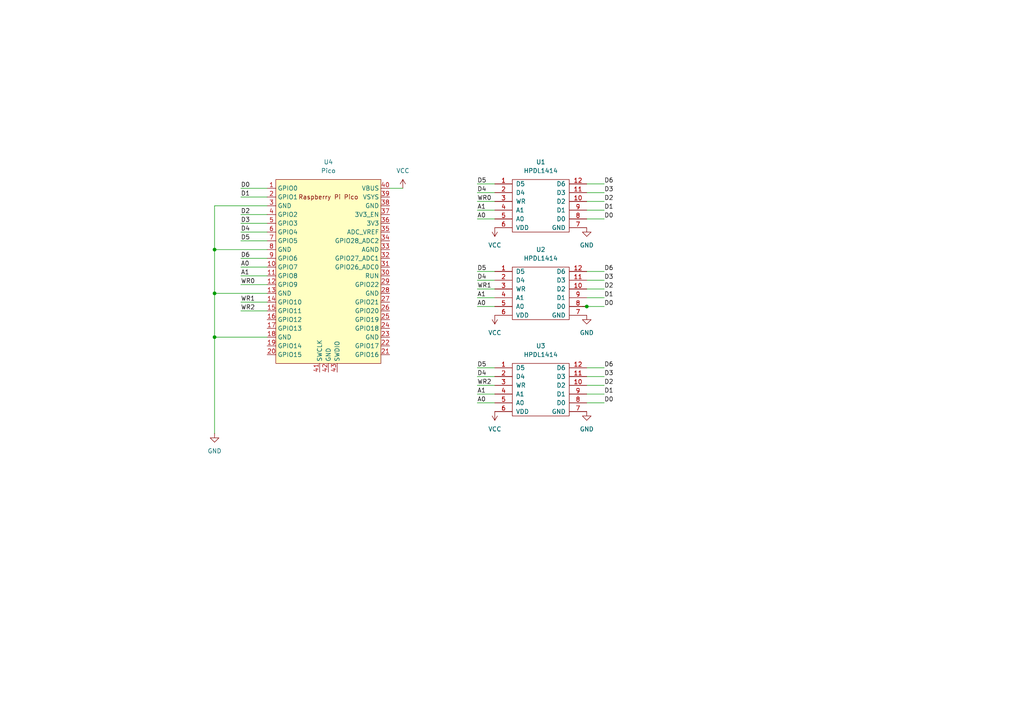
<source format=kicad_sch>
(kicad_sch (version 20231120) (generator "eeschema") (generator_version "8.0")
  (paper "A4")
  (lib_symbols
    (symbol "DL1414:HPDL1414" (pin_names (offset 1.016))
      (property "Reference" "U" (at 1.27 2.54 0))
      (property "Value" "HPDL1414" (at 5.08 -16.51 0))
      (symbol "HPDL1414_0_1"
        (rectangle (start 0 0) (end 16.51 -15.24))
      )
      (symbol "HPDL1414_1_1"
        (pin input line (at -5.08 -1.27 0) (length 5.08) (name "D5") (number "1"))
        (pin input line (at 21.59 -6.35 180) (length 5.08) (name "D2") (number "10"))
        (pin input line (at 21.59 -3.81 180) (length 5.08) (name "D3") (number "11"))
        (pin input line (at 21.59 -1.27 180) (length 5.08) (name "D6") (number "12"))
        (pin input line (at -5.08 -3.81 0) (length 5.08) (name "D4") (number "2"))
        (pin input line (at -5.08 -6.35 0) (length 5.08) (name "WR") (number "3"))
        (pin input line (at -5.08 -8.89 0) (length 5.08) (name "A1") (number "4"))
        (pin input line (at -5.08 -11.43 0) (length 5.08) (name "A0") (number "5"))
        (pin input line (at -5.08 -13.97 0) (length 5.08) (name "VDD") (number "6"))
        (pin input line (at 21.59 -13.97 180) (length 5.08) (name "GND") (number "7"))
        (pin input line (at 21.59 -11.43 180) (length 5.08) (name "D0") (number "8"))
        (pin input line (at 21.59 -8.89 180) (length 5.08) (name "D1") (number "9"))
      )
    )
    (symbol "MCU_RaspberryPi_and_Boards:Pico"
      (property "Reference" "U" (at -13.97 27.94 0))
      (property "Value" "Pico" (at 0 19.05 0))
      (symbol "Pico_0_0"
        (text "Raspberry Pi Pico" (at 0 21.59 0) (effects (font (size 1.27 1.27))))
      )
      (symbol "Pico_0_1"
        (rectangle (start -15.24 26.67) (end 15.24 -26.67) (fill (type background)))
      )
      (symbol "Pico_1_1"
        (pin bidirectional line (at -17.78 24.13 0) (length 2.54) (name "GPIO0") (number "1"))
        (pin bidirectional line (at -17.78 1.27 0) (length 2.54) (name "GPIO7") (number "10"))
        (pin bidirectional line (at -17.78 -1.27 0) (length 2.54) (name "GPIO8") (number "11"))
        (pin bidirectional line (at -17.78 -3.81 0) (length 2.54) (name "GPIO9") (number "12"))
        (pin power_in line (at -17.78 -6.35 0) (length 2.54) (name "GND") (number "13"))
        (pin bidirectional line (at -17.78 -8.89 0) (length 2.54) (name "GPIO10") (number "14"))
        (pin bidirectional line (at -17.78 -11.43 0) (length 2.54) (name "GPIO11") (number "15"))
        (pin bidirectional line (at -17.78 -13.97 0) (length 2.54) (name "GPIO12") (number "16"))
        (pin bidirectional line (at -17.78 -16.51 0) (length 2.54) (name "GPIO13") (number "17"))
        (pin power_in line (at -17.78 -19.05 0) (length 2.54) (name "GND") (number "18"))
        (pin bidirectional line (at -17.78 -21.59 0) (length 2.54) (name "GPIO14") (number "19"))
        (pin bidirectional line (at -17.78 21.59 0) (length 2.54) (name "GPIO1") (number "2"))
        (pin bidirectional line (at -17.78 -24.13 0) (length 2.54) (name "GPIO15") (number "20"))
        (pin bidirectional line (at 17.78 -24.13 180) (length 2.54) (name "GPIO16") (number "21"))
        (pin bidirectional line (at 17.78 -21.59 180) (length 2.54) (name "GPIO17") (number "22"))
        (pin power_in line (at 17.78 -19.05 180) (length 2.54) (name "GND") (number "23"))
        (pin bidirectional line (at 17.78 -16.51 180) (length 2.54) (name "GPIO18") (number "24"))
        (pin bidirectional line (at 17.78 -13.97 180) (length 2.54) (name "GPIO19") (number "25"))
        (pin bidirectional line (at 17.78 -11.43 180) (length 2.54) (name "GPIO20") (number "26"))
        (pin bidirectional line (at 17.78 -8.89 180) (length 2.54) (name "GPIO21") (number "27"))
        (pin power_in line (at 17.78 -6.35 180) (length 2.54) (name "GND") (number "28"))
        (pin bidirectional line (at 17.78 -3.81 180) (length 2.54) (name "GPIO22") (number "29"))
        (pin power_in line (at -17.78 19.05 0) (length 2.54) (name "GND") (number "3"))
        (pin input line (at 17.78 -1.27 180) (length 2.54) (name "RUN") (number "30"))
        (pin bidirectional line (at 17.78 1.27 180) (length 2.54) (name "GPIO26_ADC0") (number "31"))
        (pin bidirectional line (at 17.78 3.81 180) (length 2.54) (name "GPIO27_ADC1") (number "32"))
        (pin power_in line (at 17.78 6.35 180) (length 2.54) (name "AGND") (number "33"))
        (pin bidirectional line (at 17.78 8.89 180) (length 2.54) (name "GPIO28_ADC2") (number "34"))
        (pin power_in line (at 17.78 11.43 180) (length 2.54) (name "ADC_VREF") (number "35"))
        (pin power_in line (at 17.78 13.97 180) (length 2.54) (name "3V3") (number "36"))
        (pin input line (at 17.78 16.51 180) (length 2.54) (name "3V3_EN") (number "37"))
        (pin bidirectional line (at 17.78 19.05 180) (length 2.54) (name "GND") (number "38"))
        (pin power_in line (at 17.78 21.59 180) (length 2.54) (name "VSYS") (number "39"))
        (pin bidirectional line (at -17.78 16.51 0) (length 2.54) (name "GPIO2") (number "4"))
        (pin power_in line (at 17.78 24.13 180) (length 2.54) (name "VBUS") (number "40"))
        (pin input line (at -2.54 -29.21 90) (length 2.54) (name "SWCLK") (number "41"))
        (pin power_in line (at 0 -29.21 90) (length 2.54) (name "GND") (number "42"))
        (pin bidirectional line (at 2.54 -29.21 90) (length 2.54) (name "SWDIO") (number "43"))
        (pin bidirectional line (at -17.78 13.97 0) (length 2.54) (name "GPIO3") (number "5"))
        (pin bidirectional line (at -17.78 11.43 0) (length 2.54) (name "GPIO4") (number "6"))
        (pin bidirectional line (at -17.78 8.89 0) (length 2.54) (name "GPIO5") (number "7"))
        (pin power_in line (at -17.78 6.35 0) (length 2.54) (name "GND") (number "8"))
        (pin bidirectional line (at -17.78 3.81 0) (length 2.54) (name "GPIO6") (number "9"))
      )
    )
    (symbol "power:GND" (power) (pin_numbers hide) (pin_names (offset 0) hide)
      (property "Value" "GND" (at 0 -3.81 0))
      (symbol "GND_0_1"
        (polyline (pts (xy 0 0) (xy 0 -1.27) (xy 1.27 -1.27) (xy 0 -2.54) (xy -1.27 -1.27) (xy 0 -1.27)))
      )
      (symbol "GND_1_1"
        (pin power_in line (at 0 0 270) (length 0) (name "~") (number "1"))
      )
    )
    (symbol "power:VCC" (power) (pin_numbers hide) (pin_names (offset 0) hide)
      (property "Value" "VCC" (at 0 3.556 0))
      (symbol "VCC_0_1"
        (polyline (pts (xy -0.762 1.27) (xy 0 2.54)))
        (polyline (pts (xy 0 0) (xy 0 2.54)))
        (polyline (pts (xy 0 2.54) (xy 0.762 1.27)))
      )
      (symbol "VCC_1_1"
        (pin power_in line (at 0 0 90) (length 0) (name "~") (number "1"))
      )
    )
  )
  (junction (at 62.23 85.09))
  (junction (at 62.23 72.39))
  (junction (at 170.18 88.9))
  (junction (at 62.23 97.79))
  (wire (pts (xy 170.18 116.84) (xy 175.26 116.84)))
  (wire (pts (xy 138.43 60.96) (xy 143.51 60.96)))
  (wire (pts (xy 138.43 114.3) (xy 143.51 114.3)))
  (wire (pts (xy 69.85 77.47) (xy 77.47 77.47)))
  (wire (pts (xy 77.47 97.79) (xy 62.23 97.79)))
  (wire (pts (xy 138.43 86.36) (xy 143.51 86.36)))
  (wire (pts (xy 69.85 87.63) (xy 77.47 87.63)))
  (wire (pts (xy 62.23 85.09) (xy 62.23 97.79)))
  (wire (pts (xy 138.43 83.82) (xy 143.51 83.82)))
  (wire (pts (xy 170.18 111.76) (xy 175.26 111.76)))
  (wire (pts (xy 138.43 111.76) (xy 143.51 111.76)))
  (wire (pts (xy 170.18 53.34) (xy 175.26 53.34)))
  (wire (pts (xy 170.18 88.9) (xy 175.26 88.9)))
  (wire (pts (xy 138.43 106.68) (xy 143.51 106.68)))
  (wire (pts (xy 77.47 85.09) (xy 62.23 85.09)))
  (wire (pts (xy 170.18 58.42) (xy 175.26 58.42)))
  (wire (pts (xy 62.23 97.79) (xy 62.23 125.73)))
  (wire (pts (xy 62.23 59.69) (xy 62.23 72.39)))
  (wire (pts (xy 69.85 62.23) (xy 77.47 62.23)))
  (wire (pts (xy 138.43 116.84) (xy 143.51 116.84)))
  (wire (pts (xy 69.85 67.31) (xy 77.47 67.31)))
  (wire (pts (xy 62.23 72.39) (xy 62.23 85.09)))
  (wire (pts (xy 69.85 69.85) (xy 77.47 69.85)))
  (wire (pts (xy 77.47 59.69) (xy 62.23 59.69)))
  (wire (pts (xy 138.43 55.88) (xy 143.51 55.88)))
  (wire (pts (xy 170.18 114.3) (xy 175.26 114.3)))
  (wire (pts (xy 69.85 90.17) (xy 77.47 90.17)))
  (wire (pts (xy 138.43 81.28) (xy 143.51 81.28)))
  (wire (pts (xy 138.43 58.42) (xy 143.51 58.42)))
  (wire (pts (xy 170.18 106.68) (xy 175.26 106.68)))
  (wire (pts (xy 170.18 63.5) (xy 175.26 63.5)))
  (wire (pts (xy 138.43 63.5) (xy 143.51 63.5)))
  (wire (pts (xy 69.85 74.93) (xy 77.47 74.93)))
  (wire (pts (xy 113.03 54.61) (xy 116.84 54.61)))
  (wire (pts (xy 69.85 80.01) (xy 77.47 80.01)))
  (wire (pts (xy 170.18 86.36) (xy 175.26 86.36)))
  (wire (pts (xy 170.18 78.74) (xy 175.26 78.74)))
  (wire (pts (xy 138.43 109.22) (xy 143.51 109.22)))
  (wire (pts (xy 170.18 60.96) (xy 175.26 60.96)))
  (wire (pts (xy 170.18 109.22) (xy 175.26 109.22)))
  (wire (pts (xy 69.85 57.15) (xy 77.47 57.15)))
  (wire (pts (xy 170.18 83.82) (xy 175.26 83.82)))
  (wire (pts (xy 77.47 72.39) (xy 62.23 72.39)))
  (wire (pts (xy 138.43 88.9) (xy 143.51 88.9)))
  (wire (pts (xy 168.91 88.9) (xy 170.18 88.9)))
  (wire (pts (xy 69.85 82.55) (xy 77.47 82.55)))
  (wire (pts (xy 138.43 78.74) (xy 143.51 78.74)))
  (wire (pts (xy 69.85 54.61) (xy 77.47 54.61)))
  (wire (pts (xy 69.85 64.77) (xy 77.47 64.77)))
  (wire (pts (xy 170.18 55.88) (xy 175.26 55.88)))
  (wire (pts (xy 170.18 81.28) (xy 175.26 81.28)))
  (wire (pts (xy 138.43 53.34) (xy 143.51 53.34)))
  (label "D6" (at 175.26 53.34 0))
  (label "WR0" (at 69.85 82.55 0))
  (label "D1" (at 175.26 60.96 0))
  (label "WR2" (at 138.43 111.76 0))
  (label "WR1" (at 138.43 83.82 0))
  (label "A0" (at 138.43 116.84 0))
  (label "D2" (at 175.26 58.42 0))
  (label "D6" (at 175.26 78.74 0))
  (label "D3" (at 175.26 55.88 0))
  (label "D1" (at 69.85 57.15 0))
  (label "D4" (at 138.43 81.28 0))
  (label "D2" (at 175.26 83.82 0))
  (label "D3" (at 175.26 81.28 0))
  (label "A0" (at 138.43 88.9 0))
  (label "A1" (at 138.43 60.96 0))
  (label "WR2" (at 69.85 90.17 0))
  (label "D2" (at 69.85 62.23 0))
  (label "D5" (at 69.85 69.85 0))
  (label "D6" (at 69.85 74.93 0))
  (label "D5" (at 138.43 53.34 0))
  (label "D6" (at 175.26 106.68 0))
  (label "D0" (at 175.26 63.5 0))
  (label "A0" (at 138.43 63.5 0))
  (label "D5" (at 138.43 78.74 0))
  (label "WR1" (at 69.85 87.63 0))
  (label "D4" (at 69.85 67.31 0))
  (label "D4" (at 138.43 55.88 0))
  (label "A1" (at 69.85 80.01 0))
  (label "WR0" (at 138.43 58.42 0))
  (label "D0" (at 69.85 54.61 0))
  (label "D5" (at 138.43 106.68 0))
  (label "A0" (at 69.85 77.47 0))
  (label "D4" (at 138.43 109.22 0))
  (label "D1" (at 175.26 86.36 0))
  (label "D3" (at 69.85 64.77 0))
  (label "A1" (at 138.43 86.36 0))
  (label "D1" (at 175.26 114.3 0))
  (label "A1" (at 138.43 114.3 0))
  (label "D2" (at 175.26 111.76 0))
  (label "D3" (at 175.26 109.22 0))
  (label "D0" (at 175.26 88.9 0))
  (label "D0" (at 175.26 116.84 0))
  (symbol (lib_id "power:VCC") (at 143.51 119.38 180) (unit 1)
    (property "Reference" "#PWR07" (effects (hide yes)))
    (property "Value" "VCC" (at 143.51 124.46 0))
    (property "Description" "Power symbol creates a global label with name \"VCC\"" (effects (hide yes)))
  )
  (symbol (lib_id "DL1414:HPDL1414") (at 148.59 77.47 0) (unit 1)
    (property "Reference" "U2" (at 156.845 72.39 0))
    (property "Value" "HPDL1414" (at 156.845 74.93 0))
    (property "Footprint" "DL1414:HPDLDL-1414" (effects (hide yes)))
  )
  (symbol (lib_id "power:VCC") (at 143.51 66.04 180) (unit 1)
    (property "Reference" "#PWR02" (effects (hide yes)))
    (property "Value" "VCC" (at 143.51 71.12 0))
    (property "Description" "Power symbol creates a global label with name \"VCC\"" (effects (hide yes)))
  )
  (symbol (lib_id "MCU_RaspberryPi_and_Boards:Pico") (at 95.25 78.74 0) (unit 1)
    (property "Reference" "U4" (at 95.25 46.99 0))
    (property "Value" "Pico" (at 95.25 49.53 0))
    (property "Footprint" "MCU_RaspberryPi_and_Boards:RPi_Pico_SMD_TH" (effects (hide yes)))
  )
  (symbol (lib_id "power:VCC") (at 116.84 54.61 0) (unit 1)
    (property "Reference" "#PWR01" (effects (hide yes)))
    (property "Value" "VCC" (at 116.84 49.53 0))
    (property "Description" "Power symbol creates a global label with name \"VCC\"" (effects (hide yes)))
  )
  (symbol (lib_id "power:VCC") (at 143.51 91.44 180) (unit 1)
    (property "Reference" "#PWR03" (effects (hide yes)))
    (property "Value" "VCC" (at 143.51 96.52 0))
    (property "Description" "Power symbol creates a global label with name \"VCC\"" (effects (hide yes)))
  )
  (symbol (lib_id "power:GND") (at 170.18 66.04 0) (unit 1)
    (property "Reference" "#PWR04" (effects (hide yes)))
    (property "Value" "GND" (at 170.18 71.12 0))
    (property "Description" "Power symbol creates a global label with name \"GND\" , ground" (effects (hide yes)))
  )
  (symbol (lib_id "power:GND") (at 170.18 91.44 0) (unit 1)
    (property "Reference" "#PWR05" (effects (hide yes)))
    (property "Value" "GND" (at 170.18 96.52 0))
    (property "Description" "Power symbol creates a global label with name \"GND\" , ground" (effects (hide yes)))
  )
  (symbol (lib_id "DL1414:HPDL1414") (at 148.59 52.07 0) (unit 1)
    (property "Reference" "U1" (at 156.845 46.99 0))
    (property "Value" "HPDL1414" (at 156.845 49.53 0))
    (property "Footprint" "DL1414:HPDLDL-1414" (effects (hide yes)))
  )
  (symbol (lib_id "power:GND") (at 62.23 125.73 0) (unit 1)
    (property "Reference" "#PWR06" (effects (hide yes)))
    (property "Value" "GND" (at 62.23 130.81 0))
    (property "Description" "Power symbol creates a global label with name \"GND\" , ground" (effects (hide yes)))
  )
  (symbol (lib_id "DL1414:HPDL1414") (at 148.59 105.41 0) (unit 1)
    (property "Reference" "U3" (at 156.845 100.33 0))
    (property "Value" "HPDL1414" (at 156.845 102.87 0))
    (property "Footprint" "DL1414:HPDLDL-1414" (effects (hide yes)))
  )
  (symbol (lib_id "power:GND") (at 170.18 119.38 0) (unit 1)
    (property "Reference" "#PWR08" (effects (hide yes)))
    (property "Value" "GND" (at 170.18 124.46 0))
    (property "Description" "Power symbol creates a global label with name \"GND\" , ground" (effects (hide yes)))
  )
)
</source>
